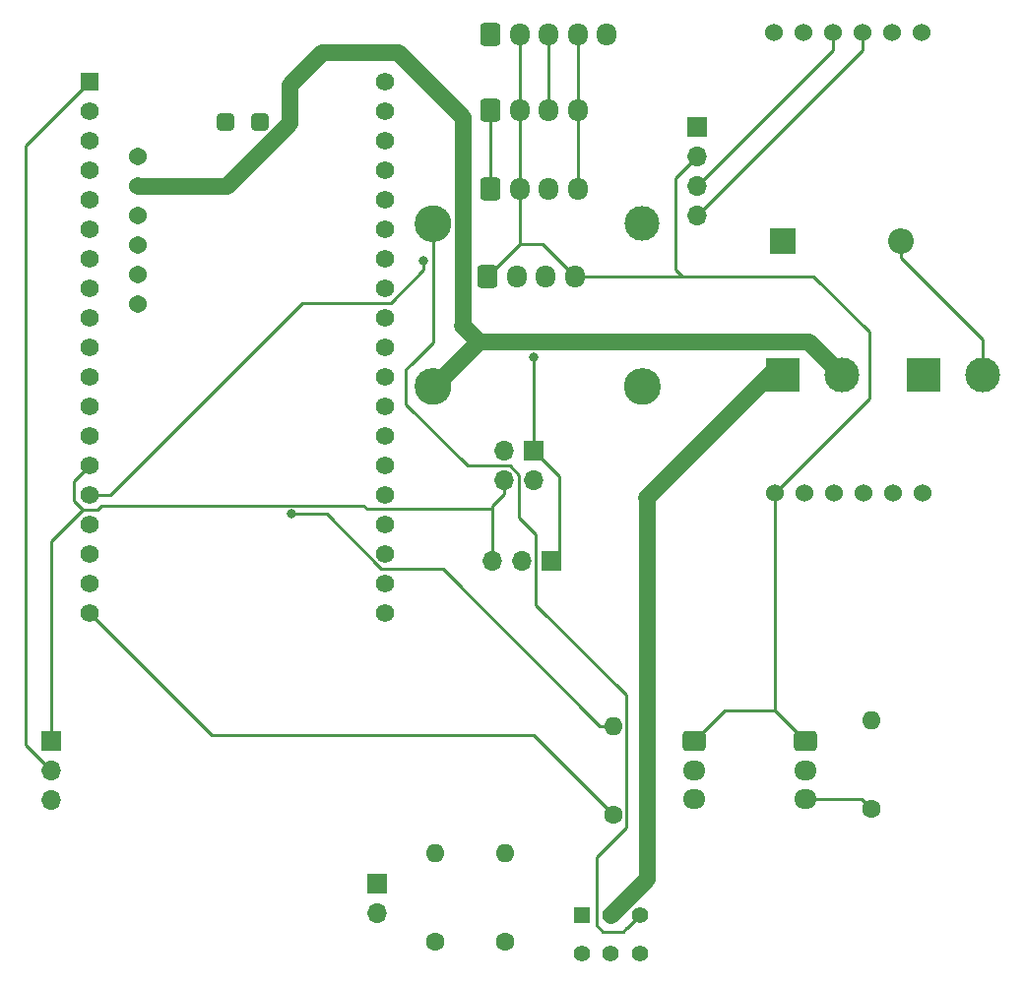
<source format=gbr>
%TF.GenerationSoftware,KiCad,Pcbnew,(6.0.4)*%
%TF.CreationDate,2022-04-08T13:10:10+02:00*%
%TF.ProjectId,TeaSpike v1,54656153-7069-46b6-9520-76312e6b6963,rev?*%
%TF.SameCoordinates,Original*%
%TF.FileFunction,Copper,L2,Bot*%
%TF.FilePolarity,Positive*%
%FSLAX46Y46*%
G04 Gerber Fmt 4.6, Leading zero omitted, Abs format (unit mm)*
G04 Created by KiCad (PCBNEW (6.0.4)) date 2022-04-08 13:10:10*
%MOMM*%
%LPD*%
G01*
G04 APERTURE LIST*
G04 Aperture macros list*
%AMRoundRect*
0 Rectangle with rounded corners*
0 $1 Rounding radius*
0 $2 $3 $4 $5 $6 $7 $8 $9 X,Y pos of 4 corners*
0 Add a 4 corners polygon primitive as box body*
4,1,4,$2,$3,$4,$5,$6,$7,$8,$9,$2,$3,0*
0 Add four circle primitives for the rounded corners*
1,1,$1+$1,$2,$3*
1,1,$1+$1,$4,$5*
1,1,$1+$1,$6,$7*
1,1,$1+$1,$8,$9*
0 Add four rect primitives between the rounded corners*
20,1,$1+$1,$2,$3,$4,$5,0*
20,1,$1+$1,$4,$5,$6,$7,0*
20,1,$1+$1,$6,$7,$8,$9,0*
20,1,$1+$1,$8,$9,$2,$3,0*%
G04 Aperture macros list end*
%TA.AperFunction,EtchedComponent*%
%ADD10C,0.200000*%
%TD*%
%TA.AperFunction,ComponentPad*%
%ADD11RoundRect,0.250000X-0.600000X-0.725000X0.600000X-0.725000X0.600000X0.725000X-0.600000X0.725000X0*%
%TD*%
%TA.AperFunction,ComponentPad*%
%ADD12O,1.700000X1.950000*%
%TD*%
%TA.AperFunction,ComponentPad*%
%ADD13C,1.600000*%
%TD*%
%TA.AperFunction,ComponentPad*%
%ADD14O,1.600000X1.600000*%
%TD*%
%TA.AperFunction,ComponentPad*%
%ADD15R,1.700000X1.700000*%
%TD*%
%TA.AperFunction,ComponentPad*%
%ADD16O,1.700000X1.700000*%
%TD*%
%TA.AperFunction,ComponentPad*%
%ADD17R,1.560000X1.560000*%
%TD*%
%TA.AperFunction,ComponentPad*%
%ADD18C,1.560000*%
%TD*%
%TA.AperFunction,ComponentPad*%
%ADD19C,1.524000*%
%TD*%
%TA.AperFunction,ComponentPad*%
%ADD20RoundRect,0.250000X-0.725000X0.600000X-0.725000X-0.600000X0.725000X-0.600000X0.725000X0.600000X0*%
%TD*%
%TA.AperFunction,ComponentPad*%
%ADD21O,1.950000X1.700000*%
%TD*%
%TA.AperFunction,ComponentPad*%
%ADD22R,1.400000X1.400000*%
%TD*%
%TA.AperFunction,ComponentPad*%
%ADD23C,1.400000*%
%TD*%
%TA.AperFunction,ComponentPad*%
%ADD24R,3.000000X3.000000*%
%TD*%
%TA.AperFunction,ComponentPad*%
%ADD25C,3.000000*%
%TD*%
%TA.AperFunction,SMDPad,CuDef*%
%ADD26RoundRect,0.381000X-0.381000X0.381000X-0.381000X-0.381000X0.381000X-0.381000X0.381000X0.381000X0*%
%TD*%
%TA.AperFunction,ConnectorPad*%
%ADD27RoundRect,0.381000X-0.381000X0.381000X-0.381000X-0.381000X0.381000X-0.381000X0.381000X0.381000X0*%
%TD*%
%TA.AperFunction,ComponentPad*%
%ADD28C,1.540000*%
%TD*%
%TA.AperFunction,ComponentPad*%
%ADD29R,2.200000X2.200000*%
%TD*%
%TA.AperFunction,ComponentPad*%
%ADD30O,2.200000X2.200000*%
%TD*%
%TA.AperFunction,ViaPad*%
%ADD31C,0.800000*%
%TD*%
%TA.AperFunction,Conductor*%
%ADD32C,1.400000*%
%TD*%
%TA.AperFunction,Conductor*%
%ADD33C,1.500000*%
%TD*%
%TA.AperFunction,Conductor*%
%ADD34C,0.250000*%
%TD*%
G04 APERTURE END LIST*
D10*
%TO.C,U1*%
X139310000Y-81995000D02*
G75*
G03*
X139310000Y-81995000I-1500000J0D01*
G01*
X157310000Y-81995000D02*
G75*
G03*
X157310000Y-81995000I-1500000J0D01*
G01*
X139310000Y-67995000D02*
G75*
G03*
X139310000Y-67995000I-1500000J0D01*
G01*
%TD*%
D11*
%TO.P,DISPLAYcon1,1,Pin_1*%
%TO.N,3V3*%
X142750000Y-58200000D03*
D12*
%TO.P,DISPLAYcon1,2,Pin_2*%
%TO.N,GND*%
X145250000Y-58200000D03*
%TO.P,DISPLAYcon1,3,Pin_3*%
%TO.N,SCL*%
X147750000Y-58200000D03*
%TO.P,DISPLAYcon1,4,Pin_4*%
%TO.N,SDA*%
X150250000Y-58200000D03*
%TD*%
D13*
%TO.P,R1,1*%
%TO.N,Net-(JP1-Pad2)*%
X144000000Y-129810000D03*
D14*
%TO.P,R1,2*%
%TO.N,LowBatt*%
X144000000Y-122190000D03*
%TD*%
D15*
%TO.P,SoilMoisturecon1,1,Pin_1*%
%TO.N,GND*%
X105000000Y-112475000D03*
D16*
%TO.P,SoilMoisturecon1,2,Pin_2*%
%TO.N,3V3*%
X105000000Y-115015000D03*
%TO.P,SoilMoisturecon1,3,Pin_3*%
%TO.N,SoilMoisture*%
X105000000Y-117555000D03*
%TD*%
D17*
%TO.P,ESP32,1,3V3*%
%TO.N,3V3*%
X108300000Y-55740000D03*
D18*
%TO.P,ESP32,2,EN*%
%TO.N,EN*%
X108300000Y-58280000D03*
%TO.P,ESP32,3,SENSOR_VP*%
%TO.N,unconnected-(ESP32-Pad3)*%
X108300000Y-60820000D03*
%TO.P,ESP32,4,SENSOR_VN*%
%TO.N,unconnected-(ESP32-Pad4)*%
X108300000Y-63360000D03*
%TO.P,ESP32,5,IO34*%
%TO.N,unconnected-(ESP32-Pad5)*%
X108300000Y-65900000D03*
%TO.P,ESP32,6,IO35*%
%TO.N,SoilMoisture*%
X108300000Y-68440000D03*
%TO.P,ESP32,7,IO32*%
%TO.N,unconnected-(ESP32-Pad7)*%
X108300000Y-70980000D03*
%TO.P,ESP32,8,IO33*%
%TO.N,unconnected-(ESP32-Pad8)*%
X108300000Y-73520000D03*
%TO.P,ESP32,9,IO25*%
%TO.N,unconnected-(ESP32-Pad9)*%
X108300000Y-76060000D03*
%TO.P,ESP32,10,IO26*%
%TO.N,unconnected-(ESP32-Pad10)*%
X108300000Y-78600000D03*
%TO.P,ESP32,11,IO27*%
%TO.N,LowBatt*%
X108300000Y-81140000D03*
%TO.P,ESP32,12,IO14*%
%TO.N,OneWire*%
X108300000Y-83680000D03*
%TO.P,ESP32,13,IO12*%
%TO.N,unconnected-(ESP32-Pad13)*%
X108300000Y-86220000D03*
%TO.P,ESP32,14,GND1*%
%TO.N,GND*%
X108300000Y-88760000D03*
%TO.P,ESP32,15,IO13*%
%TO.N,LEDSTRIPE*%
X108300000Y-91300000D03*
%TO.P,ESP32,16,SD2*%
%TO.N,unconnected-(ESP32-Pad16)*%
X108300000Y-93840000D03*
%TO.P,ESP32,17,SD3*%
%TO.N,unconnected-(ESP32-Pad17)*%
X108300000Y-96380000D03*
%TO.P,ESP32,18,CMD*%
%TO.N,unconnected-(ESP32-Pad18)*%
X108300000Y-98920000D03*
%TO.P,ESP32,19,EXT_5V*%
%TO.N,5V*%
X108300000Y-101460000D03*
%TO.P,ESP32,20,GND3*%
%TO.N,unconnected-(ESP32-Pad20)*%
X133700000Y-55740000D03*
%TO.P,ESP32,21,IO23*%
%TO.N,MOSI*%
X133700000Y-58280000D03*
%TO.P,ESP32,22,IO22*%
%TO.N,SCL*%
X133700000Y-60820000D03*
%TO.P,ESP32,23,TXD0*%
%TO.N,unconnected-(ESP32-Pad23)*%
X133700000Y-63360000D03*
%TO.P,ESP32,24,RXD0*%
%TO.N,unconnected-(ESP32-Pad24)*%
X133700000Y-65900000D03*
%TO.P,ESP32,25,IO21*%
%TO.N,SDA*%
X133700000Y-68440000D03*
%TO.P,ESP32,26,GND2*%
%TO.N,unconnected-(ESP32-Pad26)*%
X133700000Y-70980000D03*
%TO.P,ESP32,27,IO19*%
%TO.N,MISO*%
X133700000Y-73520000D03*
%TO.P,ESP32,28,IO18*%
%TO.N,SCK*%
X133700000Y-76060000D03*
%TO.P,ESP32,29,IO5*%
%TO.N,SDcs*%
X133700000Y-78600000D03*
%TO.P,ESP32,30,IO17*%
%TO.N,unconnected-(ESP32-Pad30)*%
X133700000Y-81140000D03*
%TO.P,ESP32,31,IO16*%
%TO.N,unconnected-(ESP32-Pad31)*%
X133700000Y-83680000D03*
%TO.P,ESP32,32,IO4*%
%TO.N,NEOPIXEL*%
X133700000Y-86220000D03*
%TO.P,ESP32,33,IO0*%
%TO.N,unconnected-(ESP32-Pad33)*%
X133700000Y-88760000D03*
%TO.P,ESP32,34,IO2*%
%TO.N,unconnected-(ESP32-Pad34)*%
X133700000Y-91300000D03*
%TO.P,ESP32,35,IO15*%
%TO.N,unconnected-(ESP32-Pad35)*%
X133700000Y-93840000D03*
%TO.P,ESP32,36,SD1*%
%TO.N,unconnected-(ESP32-Pad36)*%
X133700000Y-96380000D03*
%TO.P,ESP32,37,SD0*%
%TO.N,unconnected-(ESP32-Pad37)*%
X133700000Y-98920000D03*
%TO.P,ESP32,38,CLK*%
%TO.N,unconnected-(ESP32-Pad38)*%
X133700000Y-101460000D03*
%TD*%
D15*
%TO.P,JP1,1,A*%
%TO.N,Net-(JP1-Pad1)*%
X133000000Y-124750000D03*
D16*
%TO.P,JP1,2,B*%
%TO.N,Net-(JP1-Pad2)*%
X133000000Y-127290000D03*
%TD*%
D15*
%TO.P,I2Ccon1,1,Pin_1*%
%TO.N,3V3*%
X160525000Y-59700000D03*
D16*
%TO.P,I2Ccon1,2,Pin_2*%
%TO.N,GND*%
X160525000Y-62240000D03*
%TO.P,I2Ccon1,3,Pin_3*%
%TO.N,SCL*%
X160525000Y-64780000D03*
%TO.P,I2Ccon1,4,Pin_4*%
%TO.N,SDA*%
X160525000Y-67320000D03*
%TD*%
D15*
%TO.P,PowerSupplycon1,1,Pin_1*%
%TO.N,5V*%
X148025000Y-97025000D03*
D16*
%TO.P,PowerSupplycon1,2,Pin_2*%
%TO.N,3V3*%
X145485000Y-97025000D03*
%TO.P,PowerSupplycon1,3,Pin_3*%
%TO.N,GND*%
X142945000Y-97025000D03*
%TD*%
D19*
%TO.P,U_RTC1,1,32K*%
%TO.N,unconnected-(U_RTC1-Pad1)*%
X167150000Y-51500000D03*
%TO.P,U_RTC1,2,SQW*%
%TO.N,unconnected-(U_RTC1-Pad2)*%
X169690000Y-51500000D03*
%TO.P,U_RTC1,3,SCL*%
%TO.N,SCL*%
X172230000Y-51500000D03*
%TO.P,U_RTC1,4,SDA*%
%TO.N,SDA*%
X174770000Y-51500000D03*
%TO.P,U_RTC1,5,VCC*%
%TO.N,3V3*%
X177310000Y-51500000D03*
%TO.P,U_RTC1,6,GND*%
%TO.N,GND*%
X179850000Y-51500000D03*
%TD*%
D11*
%TO.P,LEDSTRIPEcon1,1,Pin_1*%
%TO.N,GND*%
X142500000Y-72500000D03*
D12*
%TO.P,LEDSTRIPEcon1,2,Pin_2*%
%TO.N,LEDSTRIPE*%
X145000000Y-72500000D03*
%TO.P,LEDSTRIPEcon1,3,Pin_3*%
%TO.N,5V*%
X147500000Y-72500000D03*
%TO.P,LEDSTRIPEcon1,4,Pin_4*%
%TO.N,GND*%
X150000000Y-72500000D03*
%TD*%
D11*
%TO.P,VEML7700con1,1,Pin_1*%
%TO.N,3V3*%
X142750000Y-65000000D03*
D12*
%TO.P,VEML7700con1,2,Pin_2*%
%TO.N,GND*%
X145250000Y-65000000D03*
%TO.P,VEML7700con1,3,Pin_3*%
%TO.N,SCL*%
X147750000Y-65000000D03*
%TO.P,VEML7700con1,4,Pin_4*%
%TO.N,SDA*%
X150250000Y-65000000D03*
%TD*%
D13*
%TO.P,RTemp2,1*%
%TO.N,5V*%
X153300000Y-118810000D03*
D14*
%TO.P,RTemp2,2*%
%TO.N,OneWire*%
X153300000Y-111190000D03*
%TD*%
D13*
%TO.P,RTemp1,1*%
%TO.N,5V*%
X175500000Y-118310000D03*
D14*
%TO.P,RTemp1,2*%
%TO.N,OneWire*%
X175500000Y-110690000D03*
%TD*%
D20*
%TO.P,TempProbe1,1,Pin_1*%
%TO.N,GND*%
X160300000Y-112500000D03*
D21*
%TO.P,TempProbe1,2,Pin_2*%
%TO.N,OneWire*%
X160300000Y-115000000D03*
%TO.P,TempProbe1,3,Pin_3*%
%TO.N,5V*%
X160300000Y-117500000D03*
%TD*%
D13*
%TO.P,R2,1*%
%TO.N,Net-(JP1-Pad2)*%
X138000000Y-129810000D03*
D14*
%TO.P,R2,2*%
%TO.N,Net-(R2-Pad2)*%
X138000000Y-122190000D03*
%TD*%
D22*
%TO.P,SW_POWER,1,A*%
%TO.N,Net-(SW1-Pad1)*%
X150592500Y-127475000D03*
D23*
%TO.P,SW_POWER,2,B*%
%TO.N,Net-(Batterycon1-Pad1)*%
X153092500Y-127475000D03*
%TO.P,SW_POWER,3,C*%
%TO.N,Net-(SW1-Pad3)*%
X155592500Y-127475000D03*
%TO.P,SW_POWER,4*%
%TO.N,N/C*%
X150592500Y-130775000D03*
%TO.P,SW_POWER,5*%
X153092500Y-130775000D03*
%TO.P,SW_POWER,6*%
X155592500Y-130775000D03*
%TD*%
D15*
%TO.P,NEOPIXELcon1,1,Pin_1*%
%TO.N,5V*%
X146500000Y-87500000D03*
D16*
%TO.P,NEOPIXELcon1,2,Pin_2*%
%TO.N,NEOPIXEL*%
X143960000Y-87500000D03*
%TO.P,NEOPIXELcon1,3,Pin_3*%
%TO.N,unconnected-(NEOPIXELcon1-Pad3)*%
X146500000Y-90040000D03*
%TO.P,NEOPIXELcon1,4,Pin_4*%
%TO.N,GND*%
X143960000Y-90040000D03*
%TD*%
D11*
%TO.P,SCD30con1,1,Pin_1*%
%TO.N,3V3*%
X142750000Y-51700000D03*
D12*
%TO.P,SCD30con1,2,Pin_2*%
%TO.N,GND*%
X145250000Y-51700000D03*
%TO.P,SCD30con1,3,Pin_3*%
%TO.N,SCL*%
X147750000Y-51700000D03*
%TO.P,SCD30con1,4,Pin_4*%
%TO.N,SDA*%
X150250000Y-51700000D03*
%TO.P,SCD30con1,5,Pin_5*%
%TO.N,RDYscd30*%
X152750000Y-51700000D03*
%TD*%
D20*
%TO.P,TempProbe2,1,Pin_1*%
%TO.N,GND*%
X169800000Y-112500000D03*
D21*
%TO.P,TempProbe2,2,Pin_2*%
%TO.N,OneWire*%
X169800000Y-115000000D03*
%TO.P,TempProbe2,3,Pin_3*%
%TO.N,5V*%
X169800000Y-117500000D03*
%TD*%
D24*
%TO.P,Batterycon1,1,Pin_1*%
%TO.N,Net-(Batterycon1-Pad1)*%
X167920000Y-81000000D03*
D25*
%TO.P,Batterycon1,2,Pin_2*%
%TO.N,Net-(Batterycon1-Pad2)*%
X173000000Y-81000000D03*
%TD*%
D26*
%TO.P,U2,1,In+*%
%TO.N,unconnected-(U2-Pad1)*%
X119950000Y-59200000D03*
D27*
%TO.P,U2,2,In-*%
%TO.N,unconnected-(U2-Pad2)*%
X122950000Y-59200000D03*
D28*
%TO.P,U2,3,BAT*%
%TO.N,Net-(SW1-Pad1)*%
X112450000Y-62200000D03*
%TO.P,U2,4,GND*%
%TO.N,Net-(Batterycon1-Pad2)*%
X112450000Y-64740000D03*
%TO.P,U2,5,EN*%
%TO.N,unconnected-(U2-Pad5)*%
X112450000Y-67280000D03*
%TO.P,U2,6,LB*%
%TO.N,Net-(JP1-Pad1)*%
X112450000Y-69820000D03*
%TO.P,U2,7,GND*%
%TO.N,Net-(R2-Pad2)*%
X112450000Y-72360000D03*
%TO.P,U2,8,5V*%
%TO.N,unconnected-(U2-Pad8)*%
X112450000Y-74900000D03*
%TD*%
D25*
%TO.P,U1,1,IN+*%
%TO.N,Net-(D1-Pad1)*%
X155810000Y-67995000D03*
%TO.P,U1,2,IN-*%
%TO.N,Net-(Solarcon1-Pad1)*%
X155810000Y-81995000D03*
%TO.P,U1,3,BAT+*%
%TO.N,Net-(SW1-Pad3)*%
X137810000Y-67995000D03*
%TO.P,U1,4,BAT-*%
%TO.N,Net-(Batterycon1-Pad2)*%
X137810000Y-81995000D03*
%TD*%
D19*
%TO.P,U_SD1,6,GND*%
%TO.N,GND*%
X167205000Y-91155000D03*
%TO.P,U_SD1,5,VCC*%
%TO.N,5V*%
X169745000Y-91155000D03*
%TO.P,U_SD1,4,MISO*%
%TO.N,MISO*%
X172285000Y-91155000D03*
%TO.P,U_SD1,3,MOSI*%
%TO.N,MOSI*%
X174825000Y-91155000D03*
%TO.P,U_SD1,2,SCK*%
%TO.N,SCK*%
X177365000Y-91155000D03*
%TO.P,U_SD1,1,CS*%
%TO.N,SDcs*%
X179905000Y-91155000D03*
%TD*%
D29*
%TO.P,D1,1,K*%
%TO.N,Net-(D1-Pad1)*%
X167920000Y-69500000D03*
D30*
%TO.P,D1,2,A*%
%TO.N,Net-(D1-Pad2)*%
X178080000Y-69500000D03*
%TD*%
D24*
%TO.P,Solarcon1,1,Pin_1*%
%TO.N,Net-(Solarcon1-Pad1)*%
X180000000Y-81000000D03*
D25*
%TO.P,Solarcon1,2,Pin_2*%
%TO.N,Net-(D1-Pad2)*%
X185080000Y-81000000D03*
%TD*%
D31*
%TO.N,5V*%
X146500000Y-79465500D03*
%TO.N,LEDSTRIPE*%
X137020100Y-71174000D03*
%TO.N,OneWire*%
X125600000Y-92974500D03*
%TD*%
D32*
%TO.N,Net-(Batterycon1-Pad1)*%
X156200000Y-91600000D02*
X156200000Y-95028900D01*
X156200000Y-95028900D02*
X156232400Y-95061300D01*
X156200000Y-95061300D02*
X156200000Y-124335100D01*
X156232400Y-124335100D02*
X153092500Y-127475000D01*
D33*
X166800000Y-81000000D02*
X167920000Y-81000000D01*
X156200000Y-91600000D02*
X166800000Y-81000000D01*
D34*
%TO.N,Net-(D1-Pad2)*%
X185080000Y-77925300D02*
X178080000Y-70925300D01*
X178080000Y-69500000D02*
X178080000Y-70925300D01*
X185080000Y-81000000D02*
X185080000Y-77925300D01*
%TO.N,3V3*%
X102800000Y-61240000D02*
X108300000Y-55740000D01*
X142750000Y-58200000D02*
X142750000Y-65000000D01*
X105000000Y-115015000D02*
X102800000Y-112815000D01*
X102800000Y-112815000D02*
X102800000Y-61240000D01*
%TO.N,GND*%
X107650000Y-92600000D02*
X108000000Y-92600000D01*
X107685900Y-92600000D02*
X108950000Y-92600000D01*
X106900000Y-90160000D02*
X106900000Y-91850000D01*
X175350000Y-83010000D02*
X175350000Y-77300000D01*
X147250000Y-69750000D02*
X150000000Y-72500000D01*
X142945000Y-92230300D02*
X142945000Y-92421400D01*
X167205000Y-109905000D02*
X162895000Y-109905000D01*
X167205000Y-109905000D02*
X169800000Y-112500000D01*
X167205000Y-91155000D02*
X175350000Y-83010000D01*
X109300000Y-92250000D02*
X131850000Y-92250000D01*
X142816400Y-92550000D02*
X142945000Y-92421400D01*
X131850000Y-92250000D02*
X132150000Y-92550000D01*
X175350000Y-77300000D02*
X170550000Y-72500000D01*
X170550000Y-72500000D02*
X159284300Y-72500000D01*
X108950000Y-92600000D02*
X109300000Y-92250000D01*
X158700000Y-64065000D02*
X160525000Y-62240000D01*
X142500000Y-72500000D02*
X145250000Y-69750000D01*
X108300000Y-88760000D02*
X106900000Y-90160000D01*
X106900000Y-91850000D02*
X107650000Y-92600000D01*
X142945000Y-92421400D02*
X142945000Y-97025000D01*
X159284300Y-72500000D02*
X150000000Y-72500000D01*
X145250000Y-69750000D02*
X145250000Y-65000000D01*
X143960000Y-91215300D02*
X142945000Y-92230300D01*
X145250000Y-51700000D02*
X145250000Y-58200000D01*
X162895000Y-109905000D02*
X160300000Y-112500000D01*
X143960000Y-90040000D02*
X143960000Y-91215300D01*
X132150000Y-92550000D02*
X142816400Y-92550000D01*
X145250000Y-69750000D02*
X147250000Y-69750000D01*
X105000000Y-112475000D02*
X105000000Y-95285900D01*
X105000000Y-95285900D02*
X107685900Y-92600000D01*
X158700000Y-71915700D02*
X158700000Y-64065000D01*
X159284300Y-72500000D02*
X158700000Y-71915700D01*
X167205000Y-109905000D02*
X167205000Y-91155000D01*
X145250000Y-65000000D02*
X145250000Y-58200000D01*
%TO.N,SCL*%
X147750000Y-51700000D02*
X147750000Y-58200000D01*
X160525000Y-64780000D02*
X172230000Y-53075000D01*
X172230000Y-53075000D02*
X172230000Y-51500000D01*
%TO.N,SDA*%
X150250000Y-51700000D02*
X150250000Y-58200000D01*
X174770000Y-53075000D02*
X174770000Y-51500000D01*
X160525000Y-67320000D02*
X174770000Y-53075000D01*
X150250000Y-65000000D02*
X150250000Y-58200000D01*
%TO.N,5V*%
X169800000Y-117500000D02*
X174690000Y-117500000D01*
X148700000Y-96350000D02*
X148700000Y-89700000D01*
X146446700Y-111956700D02*
X118796700Y-111956700D01*
X148700000Y-89700000D02*
X146500000Y-87500000D01*
X146500000Y-87500000D02*
X146500000Y-79465500D01*
X174690000Y-117500000D02*
X175500000Y-118310000D01*
X148025000Y-97025000D02*
X148700000Y-96350000D01*
X153300000Y-118810000D02*
X146446700Y-111956700D01*
X118796700Y-111956700D02*
X108300000Y-101460000D01*
%TO.N,LEDSTRIPE*%
X137020100Y-71979900D02*
X137020100Y-71174000D01*
X126578800Y-74790000D02*
X134210000Y-74790000D01*
X134210000Y-74790000D02*
X137020100Y-71979900D01*
X110068800Y-91300000D02*
X126578800Y-74790000D01*
X108300000Y-91300000D02*
X110068800Y-91300000D01*
%TO.N,OneWire*%
X133365400Y-97650000D02*
X138634700Y-97650000D01*
X138634700Y-97650000D02*
X152174700Y-111190000D01*
X128689900Y-92974500D02*
X133365400Y-97650000D01*
X125600000Y-92974500D02*
X128689900Y-92974500D01*
X152174700Y-111190000D02*
X153300000Y-111190000D01*
D32*
%TO.N,Net-(Batterycon1-Pad2)*%
X120083900Y-64740000D02*
X125500000Y-59323900D01*
X125500000Y-59323900D02*
X125500000Y-56050000D01*
X128300000Y-53250000D02*
X134800000Y-53250000D01*
X173000000Y-81000000D02*
X170115200Y-78115200D01*
X134800000Y-53250000D02*
X140356958Y-58806958D01*
X170115200Y-78115200D02*
X141689800Y-78115200D01*
X141689800Y-78115200D02*
X137810000Y-81995000D01*
X125500000Y-56050000D02*
X128300000Y-53250000D01*
X112450000Y-64740000D02*
X120083900Y-64740000D01*
D33*
X140356958Y-76782358D02*
X141689800Y-78115200D01*
D32*
X140356958Y-58806958D02*
X140356958Y-76782358D01*
D34*
%TO.N,Net-(SW1-Pad3)*%
X155592500Y-127475000D02*
X154476300Y-128591200D01*
X140775000Y-88775000D02*
X135500000Y-83500000D01*
X154458800Y-128591200D02*
X154150000Y-128900000D01*
X137810000Y-78217200D02*
X137810000Y-67995000D01*
X135956200Y-80071000D02*
X137810000Y-78217200D01*
X135929000Y-80071000D02*
X135956200Y-80071000D01*
X154476300Y-128591200D02*
X154458800Y-128591200D01*
X135500000Y-83500000D02*
X135500000Y-80500000D01*
X140775000Y-88775000D02*
X144396000Y-88775000D01*
X154425400Y-119935400D02*
X154425400Y-108523900D01*
X151850000Y-128350000D02*
X151850000Y-122510800D01*
X151850000Y-122510800D02*
X154425400Y-119935400D01*
X144396000Y-88775000D02*
X145230000Y-89609000D01*
X154425400Y-108523900D02*
X146676600Y-100775100D01*
X145230000Y-93245500D02*
X145230000Y-89609000D01*
X154150000Y-128900000D02*
X152400000Y-128900000D01*
X135500000Y-80500000D02*
X135929000Y-80071000D01*
X152400000Y-128900000D02*
X151850000Y-128350000D01*
X146676600Y-94692100D02*
X145230000Y-93245500D01*
X146676600Y-100775100D02*
X146676600Y-94692100D01*
%TD*%
M02*

</source>
